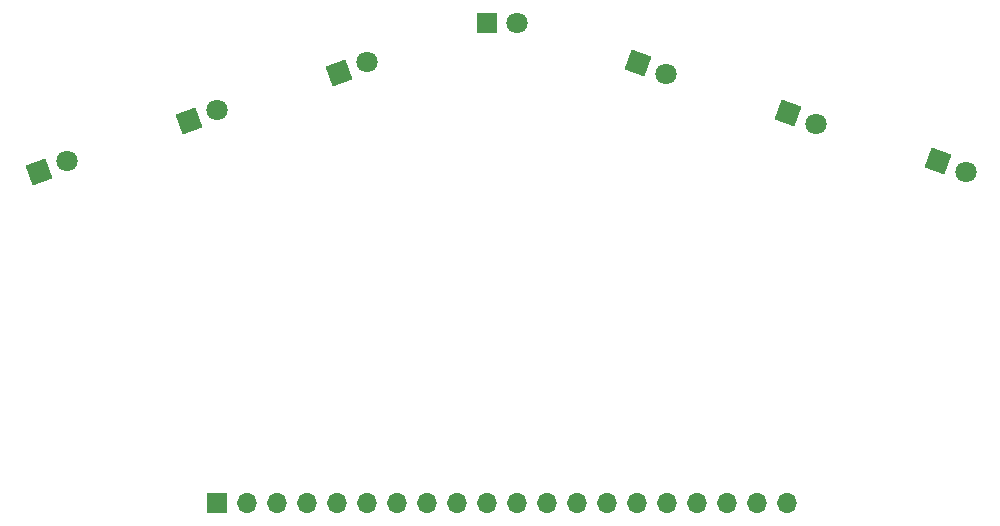
<source format=gbr>
%TF.GenerationSoftware,KiCad,Pcbnew,6.0.9+dfsg-1*%
%TF.CreationDate,2022-11-28T19:28:46-06:00*%
%TF.ProjectId,house,686f7573-652e-46b6-9963-61645f706362,A*%
%TF.SameCoordinates,Original*%
%TF.FileFunction,Soldermask,Bot*%
%TF.FilePolarity,Negative*%
%FSLAX46Y46*%
G04 Gerber Fmt 4.6, Leading zero omitted, Abs format (unit mm)*
G04 Created by KiCad (PCBNEW 6.0.9+dfsg-1) date 2022-11-28 19:28:46*
%MOMM*%
%LPD*%
G01*
G04 APERTURE LIST*
G04 Aperture macros list*
%AMRotRect*
0 Rectangle, with rotation*
0 The origin of the aperture is its center*
0 $1 length*
0 $2 width*
0 $3 Rotation angle, in degrees counterclockwise*
0 Add horizontal line*
21,1,$1,$2,0,0,$3*%
G04 Aperture macros list end*
%ADD10RotRect,1.800000X1.800000X20.000000*%
%ADD11C,1.800000*%
%ADD12RotRect,1.800000X1.800000X340.000000*%
%ADD13R,1.800000X1.800000*%
%ADD14R,1.700000X1.700000*%
%ADD15O,1.700000X1.700000*%
G04 APERTURE END LIST*
D10*
%TO.C,D3*%
X125883181Y-60050731D03*
D11*
X128270000Y-59182000D03*
%TD*%
D12*
%TO.C,D5*%
X151201892Y-59253925D03*
D11*
X153588711Y-60122656D03*
%TD*%
D12*
%TO.C,D6*%
X163901892Y-63500000D03*
D11*
X166288711Y-64368731D03*
%TD*%
D10*
%TO.C,D1*%
X100483181Y-68432731D03*
D11*
X102870000Y-67564000D03*
%TD*%
D10*
%TO.C,D2*%
X113183181Y-64114731D03*
D11*
X115570000Y-63246000D03*
%TD*%
D13*
%TO.C,D4*%
X138425000Y-55880000D03*
D11*
X140965000Y-55880000D03*
%TD*%
D12*
%TO.C,D7*%
X176601892Y-67564000D03*
D11*
X178988711Y-68432731D03*
%TD*%
D14*
%TO.C,J1*%
X115570000Y-96520000D03*
D15*
X118110000Y-96520000D03*
X120650000Y-96520000D03*
X123190000Y-96520000D03*
X125730000Y-96520000D03*
X128270000Y-96520000D03*
X130810000Y-96520000D03*
X133350000Y-96520000D03*
X135890000Y-96520000D03*
X138430000Y-96520000D03*
X140970000Y-96520000D03*
X143510000Y-96520000D03*
X146050000Y-96520000D03*
X148590000Y-96520000D03*
X151130000Y-96520000D03*
X153670000Y-96520000D03*
X156210000Y-96520000D03*
X158750000Y-96520000D03*
X161290000Y-96520000D03*
X163830000Y-96520000D03*
%TD*%
M02*

</source>
